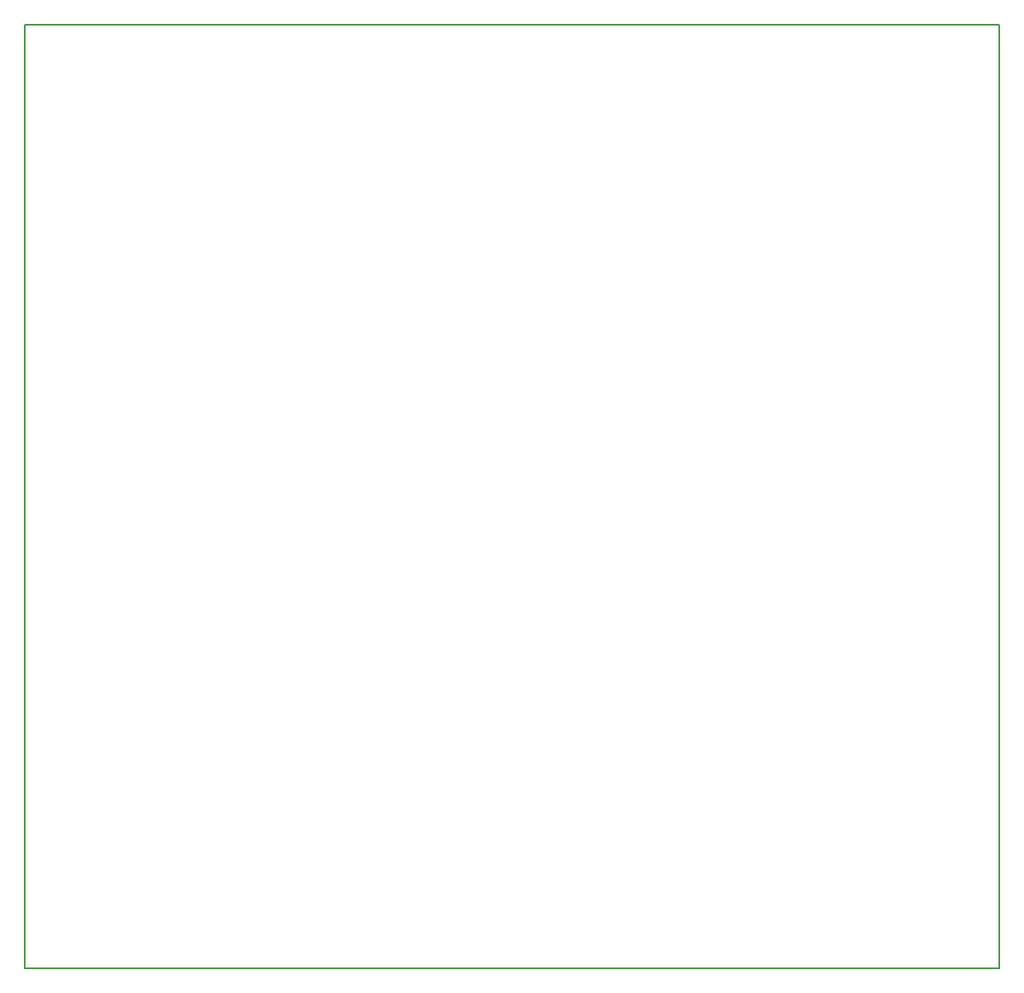
<source format=gbr>
G04 DipTrace 3.2.0.1*
G04 Ãðàíèöûïëàòû.gbr*
%MOIN*%
G04 #@! TF.FileFunction,Profile*
G04 #@! TF.Part,Single*
%ADD11C,0.005512*%
%FSLAX26Y26*%
G04*
G70*
G90*
G75*
G01*
G04 BoardOutline*
%LPD*%
X0Y3818898D2*
D11*
X3937008D1*
Y0D1*
X0D1*
Y3818898D1*
M02*

</source>
